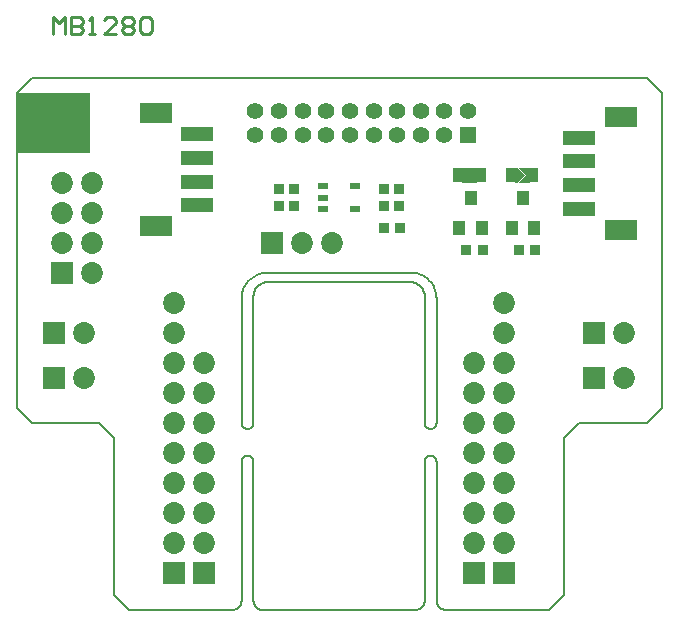
<source format=gbr>
%FSTAX23Y23*%
%MOIN*%
%SFA1B1*%

%IPPOS*%
%ADD19C,0.005000*%
%ADD21C,0.010000*%
%ADD34R,0.110360X0.069020*%
%ADD35R,0.110360X0.047370*%
%ADD36R,0.038000X0.024000*%
%ADD37R,0.038000X0.038000*%
%ADD38R,0.038000X0.038000*%
%ADD39R,0.040000X0.048000*%
%ADD40R,0.043430X0.045400*%
%ADD41R,0.043430X0.045400*%
%ADD42R,0.244220X0.204850*%
%ADD43C,0.073000*%
%ADD44R,0.073000X0.073000*%
%ADD45C,0.055240*%
%ADD46R,0.055240X0.055240*%
%ADD47R,0.073000X0.073000*%
%LNmb1280-1*%
%LPD*%
G36*
X01535Y-00325D02*
Y-00349D01*
X01497*
X01521Y-00325*
X01497Y-00301*
X01535*
Y-00325*
G37*
G36*
X01519D02*
X01495Y-00349D01*
X01485*
Y-00301*
X01495*
X01519Y-00325*
G37*
G36*
X0171D02*
Y-00349D01*
X01672*
X01696Y-00325*
X01672Y-00301*
X0171*
Y-00325*
G37*
G36*
X01694D02*
X0167Y-00349D01*
X0166*
Y-00301*
X0167*
X01694Y-00325*
G37*
G54D19*
X01399Y-01741D02*
D01*
X01399Y-01744*
X01399Y-01746*
X01399Y-01748*
X014Y-0175*
X01401Y-01753*
X01401Y-01755*
X01402Y-01757*
X01404Y-01759*
X01405Y-01761*
X01406Y-01763*
X01408Y-01764*
X0141Y-01766*
X01411Y-01767*
X01413Y-01769*
X01415Y-0177*
X01417Y-01771*
X01419Y-01772*
X01422Y-01773*
X01424Y-01774*
X01426Y-01774*
X01428Y-01774*
X01431Y-01774*
X01432Y-01775*
X00749Y-0115D02*
D01*
X00749Y-01151*
X00749Y-01153*
X00749Y-01154*
X0075Y-01155*
X0075Y-01157*
X00751Y-01158*
X00751Y-01159*
X00752Y-0116*
X00753Y-01161*
X00754Y-01163*
X00754Y-01164*
X00755Y-01165*
X00756Y-01165*
X00758Y-01166*
X00759Y-01167*
X0076Y-01168*
X00761Y-01168*
X00763Y-01169*
X00764Y-01169*
X00765Y-01169*
X00767Y-01169*
X00768Y-0117*
X00769*
X00771Y-01169*
X00772Y-01169*
X00773Y-01169*
X00775Y-01169*
X00776Y-01168*
X00777Y-01168*
X00778Y-01167*
X0078Y-01166*
X00781Y-01165*
X00782Y-01165*
X00783Y-01164*
X00784Y-01163*
X00785Y-01161*
X00785Y-0116*
X00786Y-01159*
X00787Y-01158*
X00787Y-01157*
X00788Y-01155*
X00788Y-01154*
X00788Y-01153*
X00788Y-01151*
X00788Y-0115*
X00835Y-0065D02*
D01*
X00829Y-0065*
X00823Y-00651*
X00817Y-00652*
X00811Y-00653*
X00806Y-00655*
X008Y-00657*
X00795Y-0066*
X0079Y-00663*
X00785Y-00666*
X0078Y-0067*
X00775Y-00674*
X00771Y-00678*
X00767Y-00683*
X00764Y-00688*
X0076Y-00693*
X00758Y-00698*
X00755Y-00704*
X00753Y-0071*
X00751Y-00715*
X0075Y-00721*
X00749Y-00727*
X00749Y-00733*
X00749Y-00736*
X00835Y-00681D02*
D01*
X00832Y-00682*
X00829Y-00682*
X00825Y-00682*
X00822Y-00683*
X00819Y-00684*
X00816Y-00685*
X00813Y-00687*
X0081Y-00689*
X00808Y-0069*
X00805Y-00692*
X00803Y-00695*
X008Y-00697*
X00798Y-00699*
X00796Y-00702*
X00795Y-00705*
X00793Y-00708*
X00792Y-00711*
X00791Y-00714*
X0079Y-00717*
X00789Y-0072*
X00789Y-00723*
X00788Y-00727*
X00788Y-00728*
X01359D02*
D01*
X01359Y-00725*
X01359Y-00722*
X01358Y-00718*
X01357Y-00715*
X01356Y-00712*
X01355Y-00709*
X01354Y-00706*
X01352Y-00703*
X0135Y-00701*
X01348Y-00698*
X01346Y-00696*
X01344Y-00693*
X01341Y-00691*
X01338Y-00689*
X01336Y-00688*
X01333Y-00686*
X0133Y-00685*
X01327Y-00684*
X01324Y-00683*
X0132Y-00682*
X01317Y-00682*
X01314Y-00681*
X01312Y-00681*
X01399Y-00734D02*
D01*
X01398Y-00729*
X01398Y-00723*
X01397Y-00717*
X01395Y-00711*
X01393Y-00706*
X01391Y-007*
X01389Y-00695*
X01386Y-0069*
X01382Y-00685*
X01379Y-0068*
X01375Y-00676*
X01371Y-00672*
X01366Y-00668*
X01361Y-00664*
X01356Y-00661*
X01351Y-00658*
X01346Y-00656*
X0134Y-00654*
X01334Y-00652*
X01329Y-00651*
X01323Y-0065*
X01317Y-0065*
X01314Y-0065*
X01359Y-0115D02*
D01*
X01359Y-01151*
X01359Y-01153*
X0136Y-01154*
X0136Y-01155*
X0136Y-01157*
X01361Y-01158*
X01361Y-01159*
X01362Y-0116*
X01363Y-01161*
X01364Y-01163*
X01365Y-01164*
X01366Y-01165*
X01367Y-01165*
X01368Y-01166*
X01369Y-01167*
X0137Y-01168*
X01371Y-01168*
X01373Y-01169*
X01374Y-01169*
X01375Y-01169*
X01377Y-01169*
X01378Y-0117*
X0138*
X01381Y-01169*
X01382Y-01169*
X01384Y-01169*
X01385Y-01169*
X01386Y-01168*
X01387Y-01168*
X01389Y-01167*
X0139Y-01166*
X01391Y-01165*
X01392Y-01165*
X01393Y-01164*
X01394Y-01163*
X01395Y-01161*
X01396Y-0116*
X01396Y-01159*
X01397Y-01158*
X01397Y-01157*
X01398Y-01155*
X01398Y-01154*
X01398Y-01153*
X01398Y-01151*
X01399Y-0115*
Y-01278D02*
D01*
X01398Y-01277*
X01398Y-01276*
X01398Y-01274*
X01398Y-01273*
X01397Y-01272*
X01397Y-0127*
X01396Y-01269*
X01396Y-01268*
X01395Y-01267*
X01394Y-01266*
X01393Y-01265*
X01392Y-01264*
X01391Y-01263*
X0139Y-01262*
X01389Y-01261*
X01387Y-01261*
X01386Y-0126*
X01385Y-0126*
X01384Y-01259*
X01382Y-01259*
X01381Y-01259*
X0138Y-01259*
X01378*
X01377Y-01259*
X01375Y-01259*
X01374Y-01259*
X01373Y-0126*
X01371Y-0126*
X0137Y-01261*
X01369Y-01261*
X01368Y-01262*
X01367Y-01263*
X01366Y-01264*
X01365Y-01265*
X01364Y-01266*
X01363Y-01267*
X01362Y-01268*
X01361Y-01269*
X01361Y-0127*
X0136Y-01272*
X0136Y-01273*
X0136Y-01274*
X01359Y-01276*
X01359Y-01277*
X01359Y-01278*
X00716Y-01775D02*
D01*
X00718Y-01774*
X0072Y-01774*
X00723Y-01774*
X00725Y-01773*
X00727Y-01772*
X00729Y-01772*
X00731Y-01771*
X00733Y-01769*
X00735Y-01768*
X00737Y-01767*
X00739Y-01765*
X0074Y-01763*
X00742Y-01762*
X00743Y-0176*
X00744Y-01758*
X00746Y-01756*
X00746Y-01754*
X00747Y-01751*
X00748Y-01749*
X00748Y-01747*
X00749Y-01745*
X00749Y-01742*
X00749Y-01741*
X00788Y-01278D02*
D01*
X00788Y-01277*
X00788Y-01276*
X00788Y-01274*
X00788Y-01273*
X00787Y-01272*
X00787Y-0127*
X00786Y-01269*
X00785Y-01268*
X00785Y-01267*
X00784Y-01266*
X00783Y-01265*
X00782Y-01264*
X00781Y-01263*
X0078Y-01262*
X00778Y-01261*
X00777Y-01261*
X00776Y-0126*
X00775Y-0126*
X00773Y-01259*
X00772Y-01259*
X00771Y-01259*
X00769Y-01259*
X00768*
X00767Y-01259*
X00765Y-01259*
X00764Y-01259*
X00763Y-0126*
X00761Y-0126*
X0076Y-01261*
X00759Y-01261*
X00758Y-01262*
X00756Y-01263*
X00755Y-01264*
X00754Y-01265*
X00754Y-01266*
X00753Y-01267*
X00752Y-01268*
X00751Y-01269*
X00751Y-0127*
X0075Y-01272*
X0075Y-01273*
X00749Y-01274*
X00749Y-01276*
X00749Y-01277*
X00749Y-01278*
X00788Y-01741D02*
D01*
X00788Y-01744*
X00789Y-01746*
X00789Y-01748*
X0079Y-0175*
X0079Y-01753*
X00791Y-01755*
X00792Y-01757*
X00793Y-01759*
X00795Y-01761*
X00796Y-01763*
X00798Y-01764*
X00799Y-01766*
X00801Y-01767*
X00803Y-01769*
X00805Y-0177*
X00807Y-01771*
X00809Y-01772*
X00811Y-01773*
X00814Y-01774*
X00816Y-01774*
X00818Y-01774*
X0082Y-01774*
X00822Y-01775*
X01326D02*
D01*
X01328Y-01774*
X0133Y-01774*
X01333Y-01774*
X01335Y-01773*
X01337Y-01772*
X01339Y-01772*
X01341Y-01771*
X01343Y-01769*
X01345Y-01768*
X01347Y-01767*
X01349Y-01765*
X01351Y-01763*
X01352Y-01762*
X01353Y-0176*
X01355Y-01758*
X01356Y-01756*
X01357Y-01754*
X01358Y-01751*
X01358Y-01749*
X01359Y-01747*
X01359Y-01745*
X01359Y-01742*
X01359Y-01741*
X00749Y-0115D02*
Y-00736D01*
X00788Y-0115D02*
Y-00728D01*
X00835Y-00681D02*
X01312D01*
X00835Y-0065D02*
X01314D01*
X01359Y-0115D02*
Y-00728D01*
X01399Y-0115D02*
Y-00734D01*
X00275Y-0115D02*
X00325Y-012D01*
X0005Y-0115D02*
X00275D01*
X0Y-011D02*
X0005Y-0115D01*
X01875D02*
X021D01*
X0215Y-011*
X01825Y-012D02*
X01875Y-0115D01*
X01359Y-01741D02*
Y-0128D01*
X01399D02*
X01399Y-01741D01*
X00749D02*
Y-0128D01*
X00788Y-01741D02*
Y-0128D01*
X00822Y-01775D02*
X01326D01*
X0Y-0005D02*
X0005Y0D01*
X0Y-011D02*
Y-0005D01*
X00375Y-01775D02*
X00716D01*
X00325Y-01725D02*
X00375Y-01775D01*
X00325Y-01725D02*
Y-012D01*
X01775Y-01775D02*
X01825Y-01725D01*
X01432Y-01775D02*
X01775D01*
X01825Y-01725D02*
Y-012D01*
X0005Y0D02*
X021D01*
X0215Y-0005*
Y-011D02*
Y-0005D01*
G54D21*
X0012Y00145D02*
Y00204D01*
X00139Y00184*
X00159Y00204*
Y00145*
X00179Y00204D02*
Y00145D01*
X00209*
X00219Y00155*
Y00164*
X00209Y00174*
X00179*
X00209*
X00219Y00184*
Y00194*
X00209Y00204*
X00179*
X00239Y00145D02*
X00259D01*
X00249*
Y00204*
X00239Y00194*
X00329Y00145D02*
X00289D01*
X00329Y00184*
Y00194*
X00319Y00204*
X00299*
X00289Y00194*
X00349D02*
X00359Y00204D01*
X00379*
X00389Y00194*
Y00184*
X00379Y00174*
X00389Y00164*
Y00155*
X00379Y00145*
X00359*
X00349Y00155*
Y00164*
X00359Y00174*
X00349Y00184*
Y00194*
X00359Y00174D02*
X00379D01*
X00409Y00194D02*
X00419Y00204D01*
X00439*
X00449Y00194*
Y00155*
X00439Y00145*
X00419*
X00409Y00155*
Y00194*
G54D34*
X02012Y-00129D03*
Y-00507D03*
X00462Y-00117D03*
Y-00495D03*
G54D35*
X01875Y-002D03*
Y-00278D03*
Y-00357D03*
Y-00436D03*
X006Y-00188D03*
Y-00267D03*
Y-00346D03*
Y-00425D03*
G54D36*
X01128Y-00362D03*
Y-00437D03*
X01021Y-004D03*
Y-00437D03*
Y-00362D03*
G54D37*
X01275Y-00427D03*
Y-00372D03*
X00875Y-00427D03*
Y-00372D03*
X01225Y-00427D03*
Y-00372D03*
X00925D03*
Y-00427D03*
G54D38*
X01727Y-00575D03*
X01672D03*
X01552D03*
X01497D03*
X01222Y-005D03*
X01277D03*
G54D39*
X01542Y-00325D03*
X01475D03*
X01717D03*
X0165D03*
G54D40*
X01475Y-005D03*
X01512Y-00401D03*
X0165Y-005D03*
X01687Y-00401D03*
G54D41*
X0155Y-005D03*
X01725D03*
G54D42*
X00125Y-0015D03*
G54D43*
X01525Y-0135D03*
Y-0155D03*
Y-0125D03*
Y-0115D03*
Y-0105D03*
Y-0095D03*
Y-0145D03*
X00625D03*
Y-0095D03*
Y-0105D03*
Y-0115D03*
Y-0125D03*
Y-0155D03*
Y-0135D03*
X0015Y-0055D03*
Y-0045D03*
Y-0035D03*
X0025Y-0065D03*
Y-0055D03*
Y-0045D03*
Y-0035D03*
X01625Y-0105D03*
Y-0085D03*
Y-0075D03*
Y-0115D03*
Y-0095D03*
Y-0125D03*
Y-0135D03*
Y-0145D03*
Y-0155D03*
X00525D03*
Y-0145D03*
Y-0135D03*
Y-0125D03*
Y-0095D03*
Y-0115D03*
Y-0075D03*
Y-0085D03*
Y-0105D03*
X00225Y-01D03*
X02025D03*
X0095Y-0055D03*
X0105D03*
X02025Y-0085D03*
X00225D03*
G54D44*
X01525Y-0165D03*
X00625D03*
X0015Y-0065D03*
X01625Y-0165D03*
X00525D03*
X00125Y-01D03*
X01925D03*
Y-0085D03*
X00125D03*
G54D45*
X00795Y-0011D03*
X00874D03*
X00953D03*
X01031D03*
X0111D03*
X01189D03*
X01268D03*
X01346D03*
X01425D03*
X01504D03*
X00795Y-00189D03*
X00874D03*
X00953D03*
X01031D03*
X0111D03*
X01189D03*
X01268D03*
X01346D03*
X01425D03*
G54D46*
X01504Y-00189D03*
G54D47*
X0085Y-0055D03*
M02*
</source>
